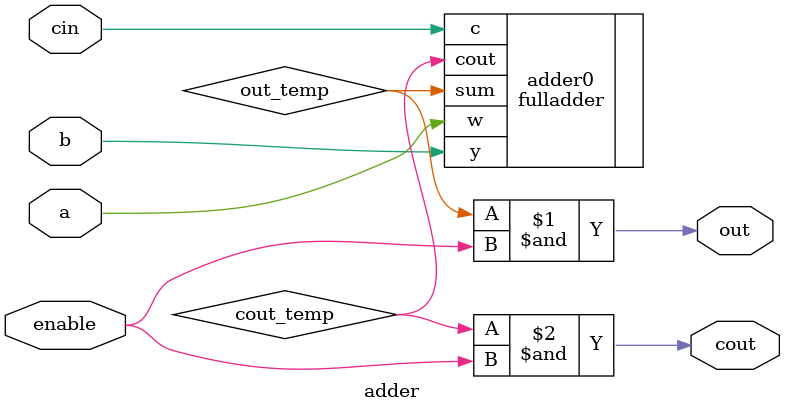
<source format=v>
module adder(
    input a,b,enable,cin,
    output out,cout
);


wire out_temp,cout_temp;

fulladder adder0(
    .w(a),
    .y(b),
    .c(cin),
    .sum(out_temp),
    .cout(cout_temp)
);

and(out,out_temp,enable);
and(cout,cout_temp,enable);


endmodule
</source>
